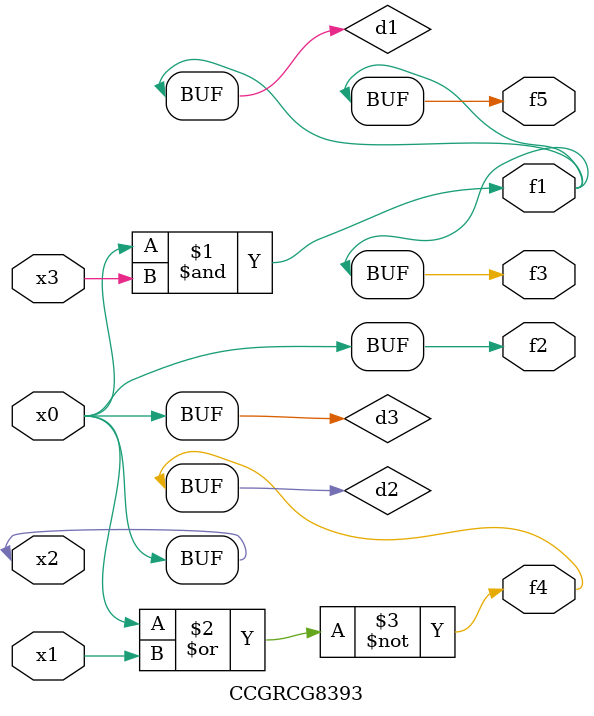
<source format=v>
module CCGRCG8393(
	input x0, x1, x2, x3,
	output f1, f2, f3, f4, f5
);

	wire d1, d2, d3;

	and (d1, x2, x3);
	nor (d2, x0, x1);
	buf (d3, x0, x2);
	assign f1 = d1;
	assign f2 = d3;
	assign f3 = d1;
	assign f4 = d2;
	assign f5 = d1;
endmodule

</source>
